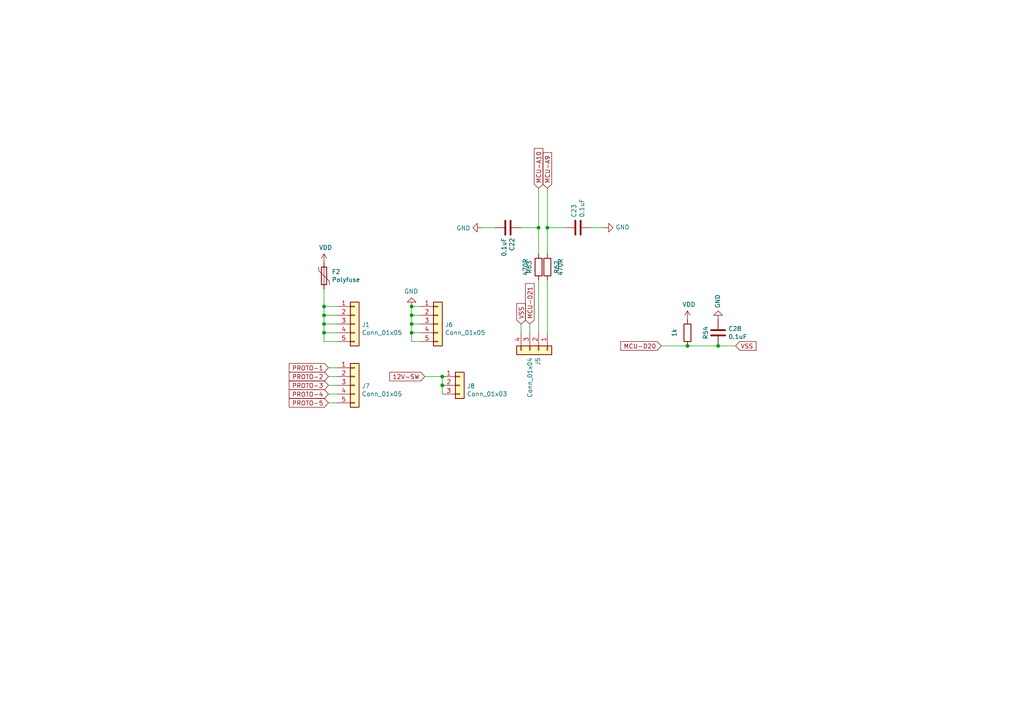
<source format=kicad_sch>
(kicad_sch (version 20210621) (generator eeschema)
  (paper "A4")
  (lib_symbols
    (symbol "Connector_Generic:Conn_01x03" (pin_names (offset 1.016) hide)
      (property "Reference" "J" (at 0 5.08 0))
      (property "Value" "Conn_01x03" (at 0 -5.08 0))
      (symbol "Conn_01x03_1_1"
        (rectangle (start -1.27 -2.413) (end 0 -2.667) (stroke (width 0.1524)))
        (rectangle (start -1.27 0.127) (end 0 -0.127) (stroke (width 0.1524)))
        (rectangle (start -1.27 2.667) (end 0 2.413) (stroke (width 0.1524)))
        (rectangle (start -1.27 3.81) (end 1.27 -3.81) (stroke (width 0.254)) (fill (type background)))
        (pin passive line (at -5.08 2.54 0) (length 3.81) (name "Pin_1") (number "1"))
        (pin passive line (at -5.08 0 0) (length 3.81) (name "Pin_2") (number "2"))
        (pin passive line (at -5.08 -2.54 0) (length 3.81) (name "Pin_3") (number "3"))
      )
    )
    (symbol "Connector_Generic:Conn_01x04" (pin_names (offset 1.016) hide)
      (property "Reference" "J" (at 0 5.08 0))
      (property "Value" "Conn_01x04" (at 0 -7.62 0))
      (symbol "Conn_01x04_1_1"
        (rectangle (start -1.27 -4.953) (end 0 -5.207) (stroke (width 0.1524)))
        (rectangle (start -1.27 -2.413) (end 0 -2.667) (stroke (width 0.1524)))
        (rectangle (start -1.27 0.127) (end 0 -0.127) (stroke (width 0.1524)))
        (rectangle (start -1.27 2.667) (end 0 2.413) (stroke (width 0.1524)))
        (rectangle (start -1.27 3.81) (end 1.27 -6.35) (stroke (width 0.254)) (fill (type background)))
        (pin passive line (at -5.08 2.54 0) (length 3.81) (name "Pin_1") (number "1"))
        (pin passive line (at -5.08 0 0) (length 3.81) (name "Pin_2") (number "2"))
        (pin passive line (at -5.08 -2.54 0) (length 3.81) (name "Pin_3") (number "3"))
        (pin passive line (at -5.08 -5.08 0) (length 3.81) (name "Pin_4") (number "4"))
      )
    )
    (symbol "Connector_Generic:Conn_01x05" (pin_names (offset 1.016) hide)
      (property "Reference" "J" (at 0 7.62 0))
      (property "Value" "Conn_01x05" (at 0 -7.62 0))
      (symbol "Conn_01x05_1_1"
        (rectangle (start -1.27 -4.953) (end 0 -5.207) (stroke (width 0.1524)))
        (rectangle (start -1.27 -2.413) (end 0 -2.667) (stroke (width 0.1524)))
        (rectangle (start -1.27 0.127) (end 0 -0.127) (stroke (width 0.1524)))
        (rectangle (start -1.27 2.667) (end 0 2.413) (stroke (width 0.1524)))
        (rectangle (start -1.27 5.207) (end 0 4.953) (stroke (width 0.1524)))
        (rectangle (start -1.27 6.35) (end 1.27 -6.35) (stroke (width 0.254)) (fill (type background)))
        (pin passive line (at -5.08 5.08 0) (length 3.81) (name "Pin_1") (number "1"))
        (pin passive line (at -5.08 2.54 0) (length 3.81) (name "Pin_2") (number "2"))
        (pin passive line (at -5.08 0 0) (length 3.81) (name "Pin_3") (number "3"))
        (pin passive line (at -5.08 -2.54 0) (length 3.81) (name "Pin_4") (number "4"))
        (pin passive line (at -5.08 -5.08 0) (length 3.81) (name "Pin_5") (number "5"))
      )
    )
    (symbol "Device:C" (pin_numbers hide) (pin_names (offset 0.254))
      (property "Reference" "C" (at 0.635 2.54 0))
      (property "Value" "C" (at 0.635 -2.54 0))
      (symbol "C_0_1"
        (polyline (pts (xy -2.032 -0.762) (xy 2.032 -0.762)) (stroke (width 0.508)))
        (polyline (pts (xy -2.032 0.762) (xy 2.032 0.762)) (stroke (width 0.508)))
      )
      (symbol "C_1_1"
        (pin passive line (at 0 3.81 270) (length 2.794) (name "~") (number "1"))
        (pin passive line (at 0 -3.81 90) (length 2.794) (name "~") (number "2"))
      )
    )
    (symbol "Device:Polyfuse" (pin_numbers hide) (pin_names (offset 0))
      (property "Reference" "F" (at -2.54 0 90))
      (property "Value" "Polyfuse" (at 2.54 0 90))
      (symbol "Polyfuse_0_1"
        (rectangle (start -0.762 2.54) (end 0.762 -2.54) (stroke (width 0.254)))
        (polyline (pts (xy 0 2.54) (xy 0 -2.54)))
        (polyline (pts (xy -1.524 2.54) (xy -1.524 1.524) (xy 1.524 -1.524) (xy 1.524 -2.54)))
      )
      (symbol "Polyfuse_1_1"
        (pin passive line (at 0 3.81 270) (length 1.27) (name "~") (number "1"))
        (pin passive line (at 0 -3.81 90) (length 1.27) (name "~") (number "2"))
      )
    )
    (symbol "Device:R" (pin_numbers hide) (pin_names (offset 0))
      (property "Reference" "R" (at 2.032 0 90))
      (property "Value" "R" (at 0 0 90))
      (symbol "R_0_1"
        (rectangle (start -1.016 -2.54) (end 1.016 2.54) (stroke (width 0.254)))
      )
      (symbol "R_1_1"
        (pin passive line (at 0 3.81 270) (length 1.27) (name "~") (number "1"))
        (pin passive line (at 0 -3.81 90) (length 1.27) (name "~") (number "2"))
      )
    )
    (symbol "power:GND" (power) (pin_names (offset 0))
      (property "Value" "GND" (at 0 -3.81 0))
      (symbol "GND_0_1"
        (polyline (pts (xy 0 0) (xy 0 -1.27) (xy 1.27 -1.27) (xy 0 -2.54) (xy -1.27 -1.27) (xy 0 -1.27)))
      )
      (symbol "GND_1_1"
        (pin power_in line (at 0 0 270) (length 0) hide (name "GND") (number "1"))
      )
    )
    (symbol "power:VDD" (power) (pin_names (offset 0))
      (property "Value" "VDD" (at 0 3.81 0))
      (symbol "VDD_0_1"
        (polyline (pts (xy -0.762 1.27) (xy 0 2.54)))
        (polyline (pts (xy 0 0) (xy 0 2.54)))
        (polyline (pts (xy 0 2.54) (xy 0.762 1.27)))
      )
      (symbol "VDD_1_1"
        (pin power_in line (at 0 0 90) (length 0) hide (name "VDD") (number "1"))
      )
    )
  )
  (junction (at 93.98 91.44))
  (junction (at 119.38 91.44))
  (junction (at 119.38 88.9))
  (junction (at 93.98 93.98))
  (junction (at 93.98 88.9))
  (junction (at 158.75 66.04))
  (junction (at 119.38 93.98))
  (junction (at 128.27 111.76))
  (junction (at 119.38 96.52))
  (junction (at 128.27 109.22))
  (junction (at 208.28 100.33))
  (junction (at 199.39 100.33))
  (junction (at 156.21 66.04))
  (junction (at 93.98 96.52))
  (wire (pts (xy 119.38 91.44) (xy 119.38 93.98)))
  (wire (pts (xy 143.51 66.04) (xy 139.7 66.04)))
  (wire (pts (xy 93.98 96.52) (xy 93.98 93.98)))
  (wire (pts (xy 93.98 83.82) (xy 93.98 88.9)))
  (wire (pts (xy 93.98 91.44) (xy 93.98 93.98)))
  (wire (pts (xy 158.75 54.61) (xy 158.75 66.04)))
  (wire (pts (xy 199.39 100.33) (xy 191.77 100.33)))
  (wire (pts (xy 151.13 66.04) (xy 156.21 66.04)))
  (wire (pts (xy 156.21 66.04) (xy 156.21 73.66)))
  (wire (pts (xy 97.79 88.9) (xy 93.98 88.9)))
  (wire (pts (xy 119.38 96.52) (xy 119.38 99.06)))
  (wire (pts (xy 95.25 106.68) (xy 97.79 106.68)))
  (wire (pts (xy 119.38 93.98) (xy 121.92 93.98)))
  (wire (pts (xy 95.25 116.84) (xy 97.79 116.84)))
  (wire (pts (xy 213.36 100.33) (xy 208.28 100.33)))
  (wire (pts (xy 151.13 93.98) (xy 151.13 96.52)))
  (wire (pts (xy 163.83 66.04) (xy 158.75 66.04)))
  (wire (pts (xy 97.79 96.52) (xy 93.98 96.52)))
  (wire (pts (xy 119.38 96.52) (xy 121.92 96.52)))
  (wire (pts (xy 156.21 54.61) (xy 156.21 66.04)))
  (wire (pts (xy 95.25 111.76) (xy 97.79 111.76)))
  (wire (pts (xy 97.79 91.44) (xy 93.98 91.44)))
  (wire (pts (xy 153.67 93.98) (xy 153.67 96.52)))
  (wire (pts (xy 123.19 109.22) (xy 128.27 109.22)))
  (wire (pts (xy 93.98 88.9) (xy 93.98 91.44)))
  (wire (pts (xy 171.45 66.04) (xy 175.26 66.04)))
  (wire (pts (xy 97.79 114.3) (xy 95.25 114.3)))
  (wire (pts (xy 208.28 100.33) (xy 199.39 100.33)))
  (wire (pts (xy 119.38 88.9) (xy 121.92 88.9)))
  (wire (pts (xy 93.98 96.52) (xy 93.98 99.06)))
  (wire (pts (xy 158.75 66.04) (xy 158.75 73.66)))
  (wire (pts (xy 93.98 93.98) (xy 97.79 93.98)))
  (wire (pts (xy 119.38 93.98) (xy 119.38 96.52)))
  (wire (pts (xy 119.38 91.44) (xy 121.92 91.44)))
  (wire (pts (xy 128.27 111.76) (xy 128.27 114.3)))
  (wire (pts (xy 119.38 99.06) (xy 121.92 99.06)))
  (wire (pts (xy 128.27 109.22) (xy 128.27 111.76)))
  (wire (pts (xy 97.79 109.22) (xy 95.25 109.22)))
  (wire (pts (xy 158.75 81.28) (xy 158.75 96.52)))
  (wire (pts (xy 156.21 81.28) (xy 156.21 96.52)))
  (wire (pts (xy 97.79 99.06) (xy 93.98 99.06)))
  (wire (pts (xy 119.38 88.9) (xy 119.38 91.44)))
  (global_label "VSS" (shape input) (at 213.36 100.33 0) (property "Intersheet References" "${INTERSHEET_REFS}" (effects hide)))
  (global_label "PROTO-5" (shape input) (at 95.25 116.84 180) (property "Intersheet References" "${INTERSHEET_REFS}" (effects hide)))
  (global_label "12V-SW" (shape input) (at 123.19 109.22 180) (property "Intersheet References" "${INTERSHEET_REFS}" (effects hide)))
  (global_label "MCU-D21" (shape input) (at 153.67 93.98 90) (property "Intersheet References" "${INTERSHEET_REFS}" (effects hide)))
  (global_label "PROTO-4" (shape input) (at 95.25 114.3 180) (property "Intersheet References" "${INTERSHEET_REFS}" (effects hide)))
  (global_label "VSS" (shape input) (at 151.13 93.98 90) (property "Intersheet References" "${INTERSHEET_REFS}" (effects hide)))
  (global_label "PROTO-3" (shape input) (at 95.25 111.76 180) (property "Intersheet References" "${INTERSHEET_REFS}" (effects hide)))
  (global_label "PROTO-1" (shape input) (at 95.25 106.68 180) (property "Intersheet References" "${INTERSHEET_REFS}" (effects hide)))
  (global_label "PROTO-2" (shape input) (at 95.25 109.22 180) (property "Intersheet References" "${INTERSHEET_REFS}" (effects hide)))
  (global_label "MCU-A10" (shape input) (at 156.21 54.61 90) (property "Intersheet References" "${INTERSHEET_REFS}" (effects hide)))
  (global_label "MCU-D20" (shape input) (at 191.77 100.33 180) (property "Intersheet References" "${INTERSHEET_REFS}" (effects hide)))
  (global_label "MCU-A9" (shape input) (at 158.75 54.61 90) (property "Intersheet References" "${INTERSHEET_REFS}" (effects hide)))
  (symbol (lib_id "Connector_Generic:Conn_01x05") (at 102.87 93.98 0) (unit 1)
    (property "Reference" "J1" (at 104.902 94.1832 0) (effects (justify left)))
    (property "Value" "Conn_01x05" (at 104.902 96.4946 0) (effects (justify left)))
    (property "Footprint" "Connector_PinHeader_2.54mm:PinHeader_1x05_P2.54mm_Vertical" (effects hide))
  )
  (symbol (lib_id "Connector_Generic:Conn_01x05") (at 127 93.98 0) (unit 1)
    (property "Reference" "J6" (at 129.032 94.1832 0) (effects (justify left)))
    (property "Value" "Conn_01x05" (at 129.032 96.4946 0) (effects (justify left)))
    (property "Footprint" "Connector_PinHeader_2.54mm:PinHeader_1x05_P2.54mm_Vertical" (effects hide))
  )
  (symbol (lib_id "power:GND") (at 119.38 88.9 180) (unit 1)
    (property "Reference" "#PWR072" (effects hide))
    (property "Value" "GND" (at 119.253 84.5058 0))
  )
  (symbol (lib_id "Connector_Generic:Conn_01x04") (at 156.21 101.6 270) (unit 1)
    (property "Reference" "J5" (at 156.0068 103.632 0) (effects (justify left)))
    (property "Value" "Conn_01x04" (at 153.6954 103.632 0) (effects (justify left)))
    (property "Footprint" "Connector_PinHeader_2.54mm:PinHeader_1x04_P2.54mm_Vertical" (effects hide))
  )
  (symbol (lib_id "Device:R") (at 158.75 77.47 0)
    (property "Reference" "R63" (at 153.4922 77.47 90))
    (property "Value" "470R" (at 162.56 77.47 90))
    (property "Footprint" "Resistor_SMD:R_0805_2012Metric" (effects hide))
    (property "Manufacturer_Name" "Panasonic" (effects hide))
    (property "Manufacturer_Part_Number" "ERJ-6ENF4700V" (effects hide))
    (property "URL" "https://www.digikey.com/product-detail/en/panasonic-electronic-components/ERJ-6ENF4700V/P470CCT-ND/1746871" (effects hide))
    (property "Digikey Part Number" "P470CCT-ND" (effects hide))
  )
  (symbol (lib_id "Device:C") (at 167.64 66.04 90)
    (property "Reference" "C23" (at 166.4716 63.119 0) (effects (justify left)))
    (property "Value" "0.1uF" (at 168.783 63.119 0) (effects (justify left)))
    (property "Footprint" "Capacitor_SMD:C_0805_2012Metric" (effects hide))
    (property "Digikey Part Number" "311-1140-1-ND" (effects hide))
    (property "Manufacturer_Name" "Yageo" (effects hide))
    (property "Manufacturer_Part_Number" "CC0805KRX7R9BB104" (effects hide))
    (property "URL" "https://www.digikey.com.au/product-detail/en/yageo/CC0805KRX7R9BB104/311-1140-1-ND/303050" (effects hide))
  )
  (symbol (lib_id "Device:R") (at 156.21 77.47 180)
    (property "Reference" "R62" (at 161.4678 77.47 90))
    (property "Value" "470R" (at 152.4 77.47 90))
    (property "Footprint" "Resistor_SMD:R_0805_2012Metric" (effects hide))
    (property "Manufacturer_Name" "Panasonic" (effects hide))
    (property "Manufacturer_Part_Number" "ERJ-6ENF4700V" (effects hide))
    (property "URL" "https://www.digikey.com/product-detail/en/panasonic-electronic-components/ERJ-6ENF4700V/P470CCT-ND/1746871" (effects hide))
    (property "Digikey Part Number" "P470CCT-ND" (effects hide))
  )
  (symbol (lib_id "Device:C") (at 147.32 66.04 270)
    (property "Reference" "C22" (at 148.4884 68.961 0) (effects (justify left)))
    (property "Value" "0.1uF" (at 146.177 68.961 0) (effects (justify left)))
    (property "Footprint" "Capacitor_SMD:C_0805_2012Metric" (effects hide))
    (property "Digikey Part Number" "311-1140-1-ND" (effects hide))
    (property "Manufacturer_Name" "Yageo" (effects hide))
    (property "Manufacturer_Part_Number" "CC0805KRX7R9BB104" (effects hide))
    (property "URL" "https://www.digikey.com.au/product-detail/en/yageo/CC0805KRX7R9BB104/311-1140-1-ND/303050" (effects hide))
  )
  (symbol (lib_id "power:GND") (at 139.7 66.04 270) (unit 1)
    (property "Reference" "#PWR073" (effects hide))
    (property "Value" "GND" (at 136.4488 66.167 90) (effects (justify right)))
  )
  (symbol (lib_id "power:GND") (at 175.26 66.04 90) (unit 1)
    (property "Reference" "#PWR074" (effects hide))
    (property "Value" "GND" (at 178.5112 65.913 90) (effects (justify right)))
  )
  (symbol (lib_id "Connector_Generic:Conn_01x05") (at 102.87 111.76 0) (unit 1)
    (property "Reference" "J7" (at 104.902 111.9632 0) (effects (justify left)))
    (property "Value" "Conn_01x05" (at 104.902 114.2746 0) (effects (justify left)))
    (property "Footprint" "Connector_PinHeader_2.54mm:PinHeader_1x05_P2.54mm_Vertical" (effects hide))
  )
  (symbol (lib_id "Connector_Generic:Conn_01x03") (at 133.35 111.76 0) (unit 1)
    (property "Reference" "J8" (at 135.382 111.9632 0) (effects (justify left)))
    (property "Value" "Conn_01x03" (at 135.382 114.2746 0) (effects (justify left)))
    (property "Footprint" "Connector_PinHeader_2.54mm:PinHeader_1x03_P2.54mm_Vertical" (effects hide))
    (property "Spice_Primitive" "J" (effects hide))
    (property "Spice_Model" "Conn_01x03" (effects hide))
    (property "Spice_Netlist_Enabled" "Y" (effects hide))
  )
  (symbol (lib_id "Device:Polyfuse") (at 93.98 80.01 0) (unit 1)
    (property "Reference" "F2" (at 96.2152 78.8416 0) (effects (justify left)))
    (property "Value" "Polyfuse" (at 96.2152 81.153 0) (effects (justify left)))
    (property "Footprint" "Fuse:Fuse_1812_4532Metric" (effects hide))
    (property "Digikey Part Number" "507-1361-1-ND" (effects hide))
    (property "Manufacturer_Name" "Bel Fuse" (effects hide))
    (property "Manufacturer_Part_Number" "0ZCC0050FF2C" (effects hide))
    (property "URL" "https://www.digikey.com.au/product-detail/en/bel-fuse-inc/0ZCC0050FF2C/507-1361-1-ND/1560228" (effects hide))
  )
  (symbol (lib_id "power:VDD") (at 93.98 76.2 0) (unit 1)
    (property "Reference" "#PWR0120" (effects hide))
    (property "Value" "VDD" (at 94.4118 71.8058 0))
  )
  (symbol (lib_id "Device:R") (at 199.39 96.52 180)
    (property "Reference" "R54" (at 204.6478 96.52 90))
    (property "Value" "1k" (at 195.58 96.52 90))
    (property "Footprint" "Resistor_SMD:R_0805_2012Metric" (effects hide))
    (property "Manufacturer_Name" "Yageo" (effects hide))
    (property "Manufacturer_Part_Number" "RC0805FR-071KL" (effects hide))
    (property "Digikey Part Number" "311-1.00KCRCT-ND" (effects hide))
  )
  (symbol (lib_id "Device:C") (at 208.28 96.52 0)
    (property "Reference" "C28" (at 211.201 95.3516 0) (effects (justify left)))
    (property "Value" "0.1uF" (at 211.201 97.663 0) (effects (justify left)))
    (property "Footprint" "Capacitor_SMD:C_0805_2012Metric" (effects hide))
    (property "Digikey Part Number" "311-1140-1-ND" (effects hide))
    (property "Manufacturer_Name" "Yageo" (effects hide))
    (property "Manufacturer_Part_Number" "CC0805KRX7R9BB104" (effects hide))
    (property "URL" "https://www.digikey.com.au/product-detail/en/yageo/CC0805KRX7R9BB104/311-1140-1-ND/303050" (effects hide))
  )
  (symbol (lib_id "power:GND") (at 208.28 92.71 180) (unit 1)
    (property "Reference" "#PWR0121" (effects hide))
    (property "Value" "GND" (at 208.153 89.4588 90) (effects (justify right)))
  )
  (symbol (lib_id "power:VDD") (at 199.39 92.71 0) (unit 1)
    (property "Reference" "#PWR0122" (effects hide))
    (property "Value" "VDD" (at 199.8218 88.3158 0))
  )
)
</source>
